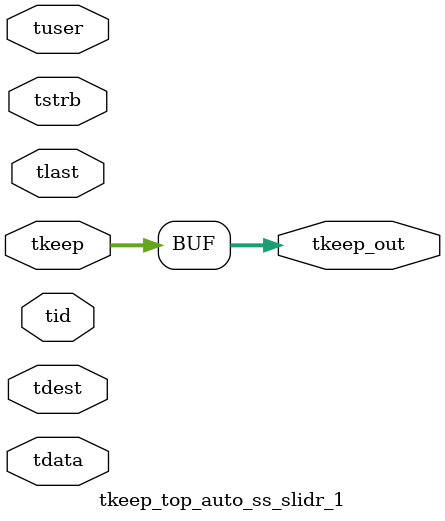
<source format=v>


`timescale 1ps/1ps

module tkeep_top_auto_ss_slidr_1 #
(
parameter C_S_AXIS_TDATA_WIDTH = 32,
parameter C_S_AXIS_TUSER_WIDTH = 0,
parameter C_S_AXIS_TID_WIDTH   = 0,
parameter C_S_AXIS_TDEST_WIDTH = 0,
parameter C_M_AXIS_TDATA_WIDTH = 32
)
(
input  [(C_S_AXIS_TDATA_WIDTH == 0 ? 1 : C_S_AXIS_TDATA_WIDTH)-1:0     ] tdata,
input  [(C_S_AXIS_TUSER_WIDTH == 0 ? 1 : C_S_AXIS_TUSER_WIDTH)-1:0     ] tuser,
input  [(C_S_AXIS_TID_WIDTH   == 0 ? 1 : C_S_AXIS_TID_WIDTH)-1:0       ] tid,
input  [(C_S_AXIS_TDEST_WIDTH == 0 ? 1 : C_S_AXIS_TDEST_WIDTH)-1:0     ] tdest,
input  [(C_S_AXIS_TDATA_WIDTH/8)-1:0 ] tkeep,
input  [(C_S_AXIS_TDATA_WIDTH/8)-1:0 ] tstrb,
input                                                                    tlast,
output [(C_M_AXIS_TDATA_WIDTH/8)-1:0 ] tkeep_out
);

assign tkeep_out = {tkeep[3:0]};

endmodule


</source>
